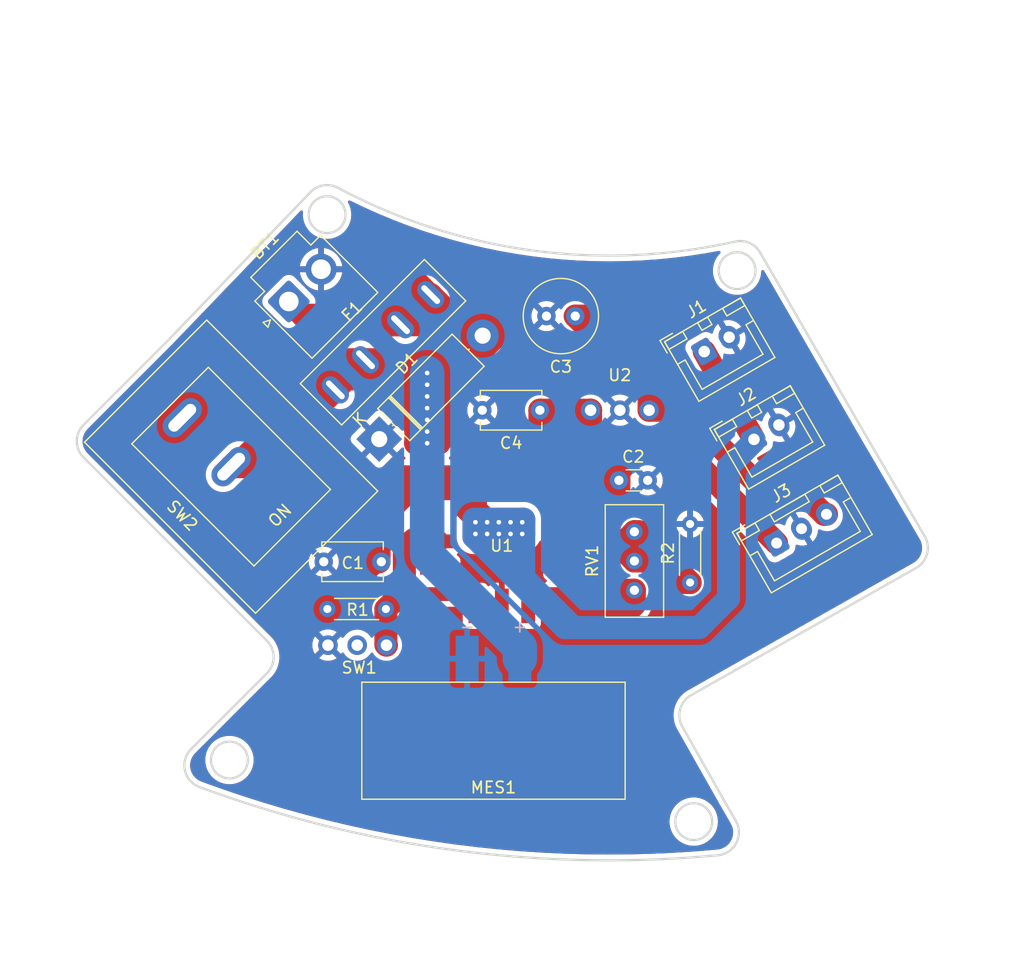
<source format=kicad_pcb>
(kicad_pcb (version 20211014) (generator pcbnew)
  (layers (0 "F.Cu" signal) (31 "B.Cu" signal) (34 "B.Paste" user) (35 "F.Paste" user) (36 "B.SilkS" user "B.Silkscreen") (37 "F.SilkS" user "F.Silkscreen") (38 "B.Mask" user) (39 "F.Mask" user) (44 "Edge.Cuts" user))
  (net 0 "")
  (net 1 "Net-(BT1-Pad1)")
  (net 2 "GND")
  (net 3 "+12V")
  (net 4 "+5V")
  (net 5 "+3.3V")
  (net 6 "Net-(D1-Pad2)")
  (net 7 "Net-(R1-Pad2)")
  (net 8 "Net-(R2-Pad1)")
  (net 9 "Net-(RV1-Pad3)")
  (footprint "Voltage_Counter:voltage_counter" (layer "F.Cu") (at 63.67 126.661 180)
    (fp_text reference "MES1" (at 0 1.016) (layer "F.SilkS"))
    (fp_text value "Voltmeter_DC")
    (fp_text user "-" (at 2.286 14.986) (layer "B.SilkS") (effects (justify mirror)))
    (fp_text user "+" (at -2.286 14.986) (layer "B.SilkS") (effects (justify mirror)))
    (fp_line (start -11.43 0) (end 0 0) (layer "F.SilkS") (width 0.12))
    (fp_line (start 11.43 0) (end 11.43 10.16) (layer "F.SilkS") (width 0.12))
    (fp_line (start 11.43 10.16) (end 0 10.16) (layer "F.SilkS") (width 0.12))
    (fp_line (start -11.43 10.16) (end -11.43 0) (layer "F.SilkS") (width 0.12))
    (fp_line (start 0 0) (end 11.43 0) (layer "F.SilkS") (width 0.12))
    (fp_line (start 0 10.16) (end -11.43 10.16) (layer "F.SilkS") (width 0.12))
    (pad "1" smd rect locked (at 2.286 12.192 180) (size 2 4) (layers "B.Cu" "B.Paste" "B.Mask") (net 2 "GND"))
    (pad "2" smd rect locked (at -2.286 12.192 180) (size 2 4) (layers "B.Cu" "B.Paste" "B.Mask") (net 6 "Net-(D1-Pad2)"))
  )
  (footprint "Capacitor_THT:C_Disc_D5.1mm_W3.2mm_P5.00mm" (layer "F.Cu") (at 67.7 92.89 180)
    (fp_text reference "C4" (at 2.5 -2.85) (layer "F.SilkS"))
    (fp_text value "10μF")
    (fp_line (start -0.17 -1.721) (end -0.17 -1.055) (layer "F.SilkS") (width 0.12))
    (fp_line (start -0.17 1.055) (end -0.17 1.721) (layer "F.SilkS") (width 0.12))
    (fp_line (start 5.17 1.055) (end 5.17 1.721) (layer "F.SilkS") (width 0.12))
    (fp_line (start -0.17 -1.721) (end 5.17 -1.721) (layer "F.SilkS") (width 0.12))
    (fp_line (start 5.17 -1.721) (end 5.17 -1.055) (layer "F.SilkS") (width 0.12))
    (fp_line (start -0.17 1.721) (end 5.17 1.721) (layer "F.SilkS") (width 0.12))
    (pad "1" thru_hole circle (at 0 0 180) (size 1.6 1.6) (drill 0.8) (layers *.Cu *.Mask) (net 4 "+5V"))
    (pad "2" thru_hole circle (at 5 0 180) (size 1.6 1.6) (drill 0.8) (layers *.Cu *.Mask) (net 2 "GND"))
  )
  (footprint "TA48033S:TA48033S" (layer "F.Cu") (at 51.84 110.75)
    (fp_text reference "SW1" (at 0.17 4.49 unlocked) (layer "F.SilkS"))
    (fp_text value "SW_DIP_x01")
    (pad "1" thru_hole circle (at -2.54 2.54) (size 1.7 1.7) (drill 1) (layers *.Cu *.Mask) (net 2 "GND"))
    (pad "2" thru_hole circle (at 2.54 2.54) (size 1.7 1.7) (drill 1) (layers *.Cu *.Mask) (net 7 "Net-(R1-Pad2)"))
    (pad "3" thru_hole circle (at 0 2.54) (size 1.7 1.7) (drill 1) (layers *.Cu *.Mask))
  )
  (footprint "_Others:DCDC-murata-6A" (layer "F.Cu") (at 58.295 110.375)
    (fp_text reference "U1" (at 6.096 -5.715 -180) (layer "F.SilkS"))
    (fp_text value "OKL-T_6-W12N-C")
    (pad "1" smd trapezoid locked (at 0.5 -6.1) (size 3 1.2) (layers "F.Cu" "F.Paste" "F.Mask") (net 7 "Net-(R1-Pad2)"))
    (pad "2" smd trapezoid locked (at 2.665 -10.68) (size 4.07 1.77) (layers "F.Cu" "F.Paste" "F.Mask") (net 3 "+12V"))
    (pad "2" smd trapezoid locked (at 0.5 -10.68) (size 3 1.2) (layers "F.Cu" "F.Paste" "F.Mask") (net 3 "+12V"))
    (pad "2" smd trapezoid locked (at 3.81 -11.7) (size 1.2 3) (layers "F.Cu" "F.Paste" "F.Mask") (net 3 "+12V"))
    (pad "3" smd trapezoid locked (at 6.1 -11.7) (size 1.2 3) (layers "F.Cu" "F.Paste" "F.Mask") (net 2 "GND"))
    (pad "3" smd trapezoid locked (at 7.245 -10.68) (size 4.07 1.77) (layers "F.Cu" "F.Paste" "F.Mask") (net 2 "GND"))
    (pad "3" smd trapezoid locked (at 8.39 -11.7) (size 1.2 3) (layers "F.Cu" "F.Paste" "F.Mask") (net 2 "GND"))
    (pad "4" smd trapezoid locked (at 10.7 -9.535) (size 1.77 4.07) (layers "F.Cu" "F.Paste" "F.Mask") (net 4 "+5V"))
    (pad "4" smd trapezoid locked (at 11.7 -10.68) (size 3 1.2) (layers "F.Cu" "F.Paste" "F.Mask") (net 4 "+5V"))
    (pad "5" smd trapezoid locked (at 11.7 -6.1) (size 3 1.2) (layers "F.Cu" "F.Paste" "F.Mask") (net 4 "+5V"))
    (pad "6" smd trapezoid locked (at 11.7 -1.52) (size 3 1.2) (layers "F.Cu" "F.Paste" "F.Mask") (net 9 "Net-(RV1-Pad3)"))
    (pad "7" smd trapezoid locked (at 6.1 -0.5) (size 1.2 3) (layers "F.Cu" "F.Paste" "F.Mask") (net 2 "GND"))
    (pad "8" smd trapezoid locked (at 3.81 -0.5) (size 1.2 3) (layers "F.Cu" "F.Paste" "F.Mask"))
    (pad "9" smd trapezoid locked (at 0.5 -1.52) (size 3 1.2) (layers "F.Cu" "F.Paste" "F.Mask"))
    (pad "10" smd trapezoid locked (at 0.5 -3.81) (size 3 1.2) (layers "F.Cu" "F.Paste" "F.Mask"))
    (pad "11" smd trapezoid locked (at 12.45 -3.81) (size 1.5 1.2) (layers "F.Cu" "F.Paste" "F.Mask"))
    (pad "12" smd trapezoid locked (at 8.39 -0.5) (size 1.2 3) (layers "F.Cu" "F.Paste" "F.Mask"))
    (pad "13" smd trapezoid locked (at 10.7 -3.81) (size 1 1.2) (layers "F.Cu" "F.Paste" "F.Mask"))
  )
  (footprint "Capacitor_THT:C_Radial_D6.3mm_H11.0mm_P2.50mm" (layer "F.Cu") (at 70.77 84.72 180)
    (fp_text reference "C3" (at 1.25 -4.4) (layer "F.SilkS"))
    (fp_text value "47μF")
    (fp_circle (center 1.25 0) (end 4.52 0) (layer "F.SilkS") (width 0.12) (fill none))
    (pad "1" thru_hole circle (at 0 0 180) (size 1.6 1.6) (drill 0.8) (layers *.Cu *.Mask) (net 5 "+3.3V"))
    (pad "2" thru_hole circle (at 2.5 0 180) (size 1.6 1.6) (drill 0.8) (layers *.Cu *.Mask) (net 2 "GND"))
  )
  (footprint "Connector_JST:JST_XH_B3B-XH-A_1x03_P2.50mm_Vertical" (layer "F.Cu") (at 88.250437 104.427337 30)
    (fp_text reference "J3" (at 2.5 -3.55 30) (layer "F.SilkS"))
    (fp_text value "Conn_01x03_Female")
    (fp_line (start -2.55 -1.7) (end -0.75 -1.7) (layer "F.SilkS") (width 0.12))
    (fp_line (start 7.56 -2.46) (end -2.56 -2.46) (layer "F.SilkS") (width 0.12))
    (fp_line (start -2.85 -2.75) (end -2.85 -1.5) (layer "F.SilkS") (width 0.12))
    (fp_line (start -2.56 3.51) (end 7.56 3.51) (layer "F.SilkS") (width 0.12))
    (fp_line (start 6.8 -0.2) (end 6.8 2.75) (layer "F.SilkS") (width 0.12))
    (fp_line (start 7.55 -2.45) (end 5.75 -2.45) (layer "F.SilkS") (width 0.12))
    (fp_line (start -1.8 -0.2) (end -1.8 2.75) (layer "F.SilkS") (width 0.12))
    (fp_line (start 7.56 3.51) (end 7.56 -2.46) (layer "F.SilkS") (width 0.12))
    (fp_line (start 4.25 -2.45) (end 0.75 -2.45) (layer "F.SilkS") (width 0.12))
    (fp_line (start 0.75 -1.7) (end 4.25 -1.7) (layer "F.SilkS") (width 0.12))
    (fp_line (start 0.75 -2.45) (end 0.75 -1.7) (layer "F.SilkS") (width 0.12))
    (fp_line (start 4.25 -1.7) (end 4.25 -2.45) (layer "F.SilkS") (width 0.12))
    (fp_line (start -0.75 -2.45) (end -2.55 -2.45) (layer "F.SilkS") (width 0.12))
    (fp_line (start 7.55 -1.7) (end 7.55 -2.45) (layer "F.SilkS") (width 0.12))
    (fp_line (start 7.55 -0.2) (end 6.8 -0.2) (layer "F.SilkS") (width 0.12))
    (fp_line (start -1.8 2.75) (end 2.5 2.75) (layer "F.SilkS") (width 0.12))
    (fp_line (start 6.8 2.75) (end 2.5 2.75) (layer "F.SilkS") (width 0.12))
    (fp_line (start 5.75 -1.7) (end 7.55 -1.7) (layer "F.SilkS") (width 0.12))
    (fp_line (start -1.6 -2.75) (end -2.85 -2.75) (layer "F.SilkS") (width 0.12))
    (fp_line (start -2.55 -2.45) (end -2.55 -1.7) (layer "F.SilkS") (width 0.12))
    (fp_line (start 5.75 -2.45) (end 5.75 -1.7) (layer "F.SilkS") (width 0.12))
    (fp_line (start -0.75 -1.7) (end -0.75 -2.45) (layer "F.SilkS") (width 0.12))
    (fp_line (start -2.55 -0.2) (end -1.8 -0.2) (layer "F.SilkS") (width 0.12))
    (fp_line (start -2.56 -2.46) (end -2.56 3.51) (layer "F.SilkS") (width 0.12))
    (pad "1" thru_hole roundrect (at 0 0 30) (size 1.7 1.95) (drill 0.95) (layers *.Cu *.Mask) (roundrect_rratio 0.1470588235) (net 4 "+5V"))
    (pad "2" thru_hole oval (at 2.5 0 30) (size 1.7 1.95) (drill 0.95) (layers *.Cu *.Mask) (net 2 "GND"))
    (pad "3" thru_hole oval (at 5 0 30) (size 1.7 1.95) (drill 0.95) (layers *.Cu *.Mask) (net 5 "+3.3V"))
  )
  (footprint "Connector_JST:JST_XH_B2B-XH-A_1x02_P2.50mm_Vertical" (layer "F.Cu") (at 86.284969 95.420337 30)
    (fp_text reference "J2" (at 1.25 -3.55 30) (layer "F.SilkS"))
    (fp_text value "Conn_01x02_Female")
    (fp_line (start -0.75 -2.45) (end -2.55 -2.45) (layer "F.SilkS") (width 0.12))
    (fp_line (start -2.56 3.51) (end 5.06 3.51) (layer "F.SilkS") (width 0.12))
    (fp_line (start 5.05 -0.2) (end 4.3 -0.2) (layer "F.SilkS") (width 0.12))
    (fp_line (start 3.25 -2.45) (end 3.25 -1.7) (layer "F.SilkS") (width 0.12))
    (fp_line (start -1.8 2.75) (end 1.25 2.75) (layer "F.SilkS") (width 0.12))
    (fp_line (start 5.06 -2.46) (end -2.56 -2.46) (layer "F.SilkS") (width 0.12))
    (fp_line (start 0.75 -1.7) (end 1.75 -1.7) (layer "F.SilkS") (width 0.12))
    (fp_line (start -2.55 -0.2) (end -1.8 -0.2) (layer "F.SilkS") (width 0.12))
    (fp_line (start 1.75 -2.45) (end 0.75 -2.45) (layer "F.SilkS") (width 0.12))
    (fp_line (start -2.55 -1.7) (end -0.75 -1.7) (layer "F.SilkS") (width 0.12))
    (fp_line (start 4.3 -0.2) (end 4.3 2.75) (layer "F.SilkS") (width 0.12))
    (fp_line (start -2.85 -2.75) (end -2.85 -1.5) (layer "F.SilkS") (width 0.12))
    (fp_line (start 5.05 -2.45) (end 3.25 -2.45) (layer "F.SilkS") (width 0.12))
    (fp_line (start -0.75 -1.7) (end -0.75 -2.45) (layer "F.SilkS") (width 0.12))
    (fp_line (start -2.56 -2.46) (end -2.56 3.51) (layer "F.SilkS") (width 0.12))
    (fp_line (start -1.8 -0.2) (end -1.8 2.75) (layer "F.SilkS") (width 0.12))
    (fp_line (start 3.25 -1.7) (end 5.05 -1.7) (layer "F.SilkS") (width 0.12))
    (fp_line (start 4.3 2.75) (end 1.25 2.75) (layer "F.SilkS") (width 0.12))
    (fp_line (start 0.75 -2.45) (end 0.75 -1.7) (layer "F.SilkS") (width 0.12))
    (fp_line (start -2.55 -2.45) (end -2.55 -1.7) (layer "F.SilkS") (width 0.12))
    (fp_line (start 5.06 3.51) (end 5.06 -2.46) (layer "F.SilkS") (width 0.12))
    (fp_line (start -1.6 -2.75) (end -2.85 -2.75) (layer "F.SilkS") (width 0.12))
    (fp_line (start 5.05 -1.7) (end 5.05 -2.45) (layer "F.SilkS") (width 0.12))
    (fp_line (start 1.75 -1.7) (end 1.75 -2.45) (layer "F.SilkS") (width 0.12))
    (pad "1" thru_hole roundrect (at 0 0 30) (size 1.7 2) (drill 1) (layers *.Cu *.Mask) (roundrect_rratio 0.1470588235) (net 3 "+12V"))
    (pad "2" thru_hole oval (at 2.5 0 30) (size 1.7 2) (drill 1) (layers *.Cu *.Mask) (net 2 "GND"))
  )
  (footprint "_Others:DS-850k" (layer "F.Cu") (at 40.894 97.79 -45)
    (fp_text reference "SW2" (at 0 6 135) (layer "F.SilkS"))
    (fp_text value "SW_DIP_x01")
    (fp_text user "ON" (at 6 0 45) (layer "F.SilkS"))
    (fp_line (start 10.5 0) (end 10.5 -7.5) (layer "F.SilkS") (width 0.12))
    (fp_line (start 10.5 -7.5) (end -10.5 -7.5) (layer "F.SilkS") (width 0.12))
    (fp_line (start -7.5 4.7) (end 7.5 4.7) (layer "F.SilkS") (width 0.12))
    (fp_line (start 7.5 0) (end 7.5 -4.7) (layer "F.SilkS") (width 0.12))
    (fp_line (start 7.5 4.7) (end 7.5 0) (layer "F.SilkS") (width 0.12))
    (fp_line (start -7.5 -4.7) (end -7.5 4.7) (layer "F.SilkS") (width 0.12))
    (fp_line (start -10.5 7.5) (end 10.5 7.5) (layer "F.SilkS") (width 0.12))
    (fp_line (start 10.5 7.5) (end 10.5 0) (layer "F.SilkS") (width 0.12))
    (fp_line (start -10.5 -7.5) (end -10.5 7.5) (layer "F.SilkS") (width 0.12))
    (fp_line (start 7.5 -4.7) (end -7.5 -4.7) (layer "F.SilkS") (width 0.12))
    (pad "1" thru_hole oval locked (at 0 0 45) (size 4 2) (drill oval 3 1) (layers *.Cu *.Mask) (net 6 "Net-(D1-Pad2)"))
    (pad "2" thru_hole oval locked (at -6 0 45) (size 4 2) (drill oval 3 1) (layers *.Cu *.Mask) (net 3 "+12V"))
  )
  (footprint "Diode_THT:D_5W_P12.70mm_Horizontal" (layer "F.Cu") (at 53.749872 95.400129 45)
    (fp_text reference "D1" (at 6.35 -2.97 45) (layer "F.SilkS"))
    (fp_text value "D_Shockley")
    (fp_text user "K" (at 0 -2.4 45) (layer "F.SilkS"))
    (fp_line (start 10.92 -1.97) (end 1.78 -1.97) (layer "F.SilkS") (width 0.12))
    (fp_line (start 3.355 -1.97) (end 3.355 1.97) (layer "F.SilkS") (width 0.12))
    (fp_line (start 11.06 0) (end 10.92 0) (layer "F.SilkS") (width 0.12))
    (fp_line (start 10.92 1.97) (end 10.92 -1.97) (layer "F.SilkS") (width 0.12))
    (fp_line (start 1.78 -1.97) (end 1.78 1.97) (layer "F.SilkS") (width 0.12))
    (fp_line (start 1.64 0) (end 1.78 0) (layer "F.SilkS") (width 0.12))
    (fp_line (start 1.78 1.97) (end 10.92 1.97) (layer "F.SilkS") (width 0.12))
    (fp_line (start 3.115 -1.97) (end 3.115 1.97) (layer "F.SilkS") (width 0.12))
    (fp_line (start 3.235 -1.97) (end 3.235 1.97) (layer "F.SilkS") (width 0.12))
    (pad "1" thru_hole rect (at 0 0 45) (size 2.8 2.8) (drill 1.4) (layers *.Cu *.Mask) (net 2 "GND"))
    (pad "2" thru_hole oval (at 12.7 0 45) (size 2.8 2.8) (drill 1.4) (layers *.Cu *.Mask) (net 6 "Net-(D1-Pad2)"))
  )
  (footprint "Potentiometer_THT:Potentiometer_Bourns_3296W_Vertical" (layer "F.Cu") (at 75.9 103.44 90)
    (fp_text reference "RV1" (at -2.54 -3.66 90) (layer "F.SilkS"))
    (fp_text value "R_Potentiometer_Trim_US")
    (fp_line (start -7.425 -2.53) (end 2.345 -2.53) (layer "F.SilkS") (width 0.12))
    (fp_line (start -7.425 2.54) (end 2.345 2.54) (layer "F.SilkS") (width 0.12))
    (fp_line (start -7.425 -2.53) (end -7.425 2.54) (layer "F.SilkS") (width 0.12))
    (fp_line (start 2.345 -2.53) (end 2.345 2.54) (layer "F.SilkS") (width 0.12))
    (pad "1" thru_hole circle (at 0 0 90) (size 1.44 1.44) (drill 0.8) (layers *.Cu *.Mask) (net 8 "Net-(R2-Pad1)"))
    (pad "2" thru_hole circle (at -2.54 0 90) (size 1.44 1.44) (drill 0.8) (layers *.Cu *.Mask) (net 8 "Net-(R2-Pad1)"))
    (pad "3" thru_hole circle (at -5.08 0 90) (size 1.44 1.44) (drill 0.8) (layers *.Cu *.Mask) (net 9 "Net-(RV1-Pad3)"))
  )
  (footprint "Resistor_THT:R_Axial_DIN0204_L3.6mm_D1.6mm_P5.08mm_Horizontal" (layer "F.Cu") (at 49.25 110.15)
    (fp_text reference "R1" (at 2.622 0.07) (layer "F.SilkS"))
    (fp_text value "20k")
    (fp_line (start 0.62 0.92) (end 4.46 0.92) (layer "F.SilkS") (width 0.12))
    (fp_line (start 0.62 -0.92) (end 4.46 -0.92) (layer "F.SilkS") (width 0.12))
    (pad "1" thru_hole circle (at 0 0) (size 1.4 1.4) (drill 0.7) (layers *.Cu *.Mask) (net 3 "+12V"))
    (pad "2" thru_hole oval (at 5.08 0) (size 1.4 1.4) (drill 0.7) (layers *.Cu *.Mask) (net 7 "Net-(R1-Pad2)"))
  )
  (footprint "TA48033S:TA48033S" (layer "F.Cu") (at 74.64 90.35)
    (fp_text reference "U2" (at 0 -0.5 unlocked) (layer "F.SilkS"))
    (fp_text value "TA48033S")
    (pad "1" thru_hole circle (at -2.54 2.54) (size 1.7 1.7) (drill 1) (layers *.Cu *.Mask) (net 4 "+5V"))
    (pad "2" thru_hole circle (at 2.54 2.54) (size 1.7 1.7) (drill 1) (layers *.Cu *.Mask) (net 5 "+3.3V"))
    (pad "3" thru_hole circle (at 0 2.54) (size 1.7 1.7) (drill 1) (layers *.Cu *.Mask) (net 2 "GND"))
  )
  (footprint "Capacitor_THT:C_Disc_D3.0mm_W1.6mm_P2.50mm" (layer "F.Cu") (at 74.56 98.98)
    (fp_text reference "C2" (at 1.25 -2.05) (layer "F.SilkS"))
    (fp_text value "0.1μF")
    (fp_line (start 0.621 0.92) (end 1.879 0.92) (layer "F.SilkS") (width 0.12))
    (fp_line (start 0.621 -0.92) (end 1.879 -0.92) (layer "F.SilkS") (width 0.12))
    (pad "1" thru_hole circle (at 0 0) (size 1.6 1.6) (drill 0.8) (layers *.Cu *.Mask) (net 4 "+5V"))
    (pad "2" thru_hole circle (at 2.5 0) (size 1.6 1.6) (drill 0.8) (layers *.Cu *.Mask) (net 2 "GND"))
  )
  (footprint "Fuse_Socket:fuse_socket" (layer "F.Cu") (at 55.876051 88.786051 -135)
    (fp_text reference "F1" (at 0 6.35 45) (layer "F.SilkS"))
    (fp_text value "Fuse")
    (fp_line (start 7.62 5.08) (end 7.62 0) (layer "F.SilkS") (width 0.12))
    (fp_line (start 0 0) (end -7.62 0) (layer "F.SilkS") (width 0.12))
    (fp_line (start -7.62 5.08) (end 0 5.08) (layer "F.SilkS") (width 0.12))
    (fp_line (start -7.62 0) (end -7.62 5.08) (layer "F.SilkS") (width 0.12))
    (fp_line (start 7.62 0) (end 0 0) (layer "F.SilkS") (width 0.12))
    (fp_line (start 0 5.08) (end 7.62 5.08) (layer "F.SilkS") (width 0.12))
    (pad "1" thru_hole oval locked (at -2.15 2.54 225) (size 1.5 2.7) (drill oval 0.5 2.1) (layers *.Cu *.Mask) (net 1 "Net-(BT1-Pad1)"))
    (pad "1" thru_hole oval locked (at -5.85 2.54 225) (size 1.5 2.7) (drill oval 0.5 2.1) (layers *.Cu *.Mask) (net 1 "Net-(BT1-Pad1)"))
    (pad "2" thru_hole oval locked (at 2.15 2.54 225) (size 1.5 2.7) (drill oval 0.5 2.1) (layers *.Cu *.Mask) (net 6 "Net-(D1-Pad2)"))
    (pad "2" thru_hole oval locked (at 5.85 2.54 225) (size 1.5 2.7) (drill oval 0.5 2.1) (layers *.Cu *.Mask) (net 6 "Net-(D1-Pad2)"))
  )
  (footprint "Connector_JST:JST_VH_B2P-VH-B_1x02_P3.96mm_Vertical" (layer "F.Cu") (at 45.90102 83.451163 45)
    (fp_text reference "BT1" (at 1.98 -4.9 45) (layer "F.SilkS"))
    (fp_text value "Battery")
    (fp_line (start -0.86 -2.11) (end -0.86 -3.81) (layer "F.SilkS") (width 0.12))
    (fp_line (start -2.86 0.3) (end -2.86 -0.3) (layer "F.SilkS") (width 0.12))
    (fp_line (start -2.86 -0.3) (end -2.26 0) (layer "F.SilkS") (width 0.12))
    (fp_line (start -2.06 -2.11) (end -0.86 -2.11) (layer "F.SilkS") (width 0.12))
    (fp_line (start 4.82 -2.11) (end 6.02 -2.11) (layer "F.SilkS") (width 0.12))
    (fp_line (start -0.86 -3.81) (end 4.82 -3.81) (layer "F.SilkS") (width 0.12))
    (fp_line (start 6.02 4.91) (end -2.06 4.91) (layer "F.SilkS") (width 0.12))
    (fp_line (start 4.82 -3.81) (end 4.82 -2.11) (layer "F.SilkS") (width 0.12))
    (fp_line (start -2.26 0) (end -2.86 0.3) (layer "F.SilkS") (width 0.12))
    (fp_line (start -2.06 4.91) (end -2.06 -2.11) (layer "F.SilkS") (width 0.12))
    (fp_line (start 6.02 -2.11) (end 6.02 4.91) (layer "F.SilkS") (width 0.12))
    (pad "1" thru_hole roundrect (at 0 0 45) (size 2.7 2.7) (drill 1.7) (layers *.Cu *.Mask) (roundrect_rratio 0.09259296296) (net 1 "Net-(BT1-Pad1)"))
    (pad "2" thru_hole circle (at 3.96 0 45) (size 2.7 2.7) (drill 1.7) (layers *.Cu *.Mask) (net 2 "GND"))
  )
  (footprint "Capacitor_THT:C_Disc_D5.1mm_W3.2mm_P5.00mm" (layer "F.Cu") (at 53.935 106.045 180)
    (fp_text reference "C1" (at 2.48 -0.11) (layer "F.SilkS"))
    (fp_text value "22μF")
    (fp_line (start -0.17 1.055) (end -0.17 1.721) (layer "F.SilkS") (width 0.12))
    (fp_line (start 5.17 -1.721) (end 5.17 -1.055) (layer "F.SilkS") (width 0.12))
    (fp_line (start -0.17 -1.721) (end -0.17 -1.055) (layer "F.SilkS") (width 0.12))
    (fp_line (start -0.17 -1.721) (end 5.17 -1.721) (layer "F.SilkS") (width 0.12))
    (fp_line (start 5.17 1.055) (end 5.17 1.721) (layer "F.SilkS") (width 0.12))
    (fp_line (start -0.17 1.721) (end 5.17 1.721) (layer "F.SilkS") (width 0.12))
    (pad "1" thru_hole circle (at 0 0 180) (size 1.6 1.6) (drill 0.8) (layers *.Cu *.Mask) (net 3 "+12V"))
    (pad "2" thru_hole circle (at 5 0 180) (size 1.6 1.6) (drill 0.8) (layers *.Cu *.Mask) (net 2 "GND"))
  )
  (footprint "Resistor_THT:R_Axial_DIN0204_L3.6mm_D1.6mm_P5.08mm_Horizontal" (layer "F.Cu") (at 80.74 107.85 90)
    (fp_text reference "R2" (at 2.54 -1.92 90) (layer "F.SilkS"))
    (fp_text value "1.2k")
    (fp_line (start 0.62 0.92) (end 4.46 0.92) (layer "F.SilkS") (width 0.12))
    (fp_line (start 0.62 -0.92) (end 4.46 -0.92) (layer "F.SilkS") (width 0.12))
    (pad "1" thru_hole circle (at 0 0 90) (size 1.4 1.4) (drill 0.7) (layers *.Cu *.Mask) (net 8 "Net-(R2-Pad1)"))
    (pad "2" thru_hole oval (at 5.08 0 90) (size 1.4 1.4) (drill 0.7) (layers *.Cu *.Mask) (net 2 "GND"))
  )
  (footprint "Connector_JST:JST_XH_B2B-XH-A_1x02_P2.50mm_Vertical" (layer "F.Cu") (at 81.966969 87.800337 30)
    (fp_text reference "J1" (at 1.25 -3.55 30) (layer "F.SilkS"))
    (fp_text value "Conn_01x02_Female")
    (fp_line (start 5.05 -1.7) (end 5.05 -2.45) (layer "F.SilkS") (width 0.12))
    (fp_line (start -1.8 2.75) (end 1.25 2.75) (layer "F.SilkS") (width 0.12))
    (fp_line (start 4.3 2.75) (end 1.25 2.75) (layer "F.SilkS") (width 0.12))
    (fp_line (start 5.06 -2.46) (end -2.56 -2.46) (layer "F.SilkS") (width 0.12))
    (fp_line (start -1.8 -0.2) (end -1.8 2.75) (layer "F.SilkS") (width 0.12))
    (fp_line (start 0.75 -1.7) (end 1.75 -1.7) (layer "F.SilkS") (width 0.12))
    (fp_line (start -2.85 -2.75) (end -2.85 -1.5) (layer "F.SilkS") (width 0.12))
    (fp_line (start -2.55 -2.45) (end -2.55 -1.7) (layer "F.SilkS") (width 0.12))
    (fp_line (start 4.3 -0.2) (end 4.3 2.75) (layer "F.SilkS") (width 0.12))
    (fp_line (start 5.05 -0.2) (end 4.3 -0.2) (layer "F.SilkS") (width 0.12))
    (fp_line (start 5.05 -2.45) (end 3.25 -2.45) (layer "F.SilkS") (width 0.12))
    (fp_line (start 1.75 -2.45) (end 0.75 -2.45) (layer "F.SilkS") (width 0.12))
    (fp_line (start -2.55 -1.7) (end -0.75 -1.7) (layer "F.SilkS") (width 0.12))
    (fp_line (start -2.56 -2.46) (end -2.56 3.51) (layer "F.SilkS") (width 0.12))
    (fp_line (start 3.25 -2.45) (end 3.25 -1.7) (layer "F.SilkS") (width 0.12))
    (fp_line (start 0.75 -2.45) (end 0.75 -1.7) (layer "F.SilkS") (width 0.12))
    (fp_line (start -1.6 -2.75) (end -2.85 -2.75) (layer "F.SilkS") (width 0.12))
    (fp_line (start 3.25 -1.7) (end 5.05 -1.7) (layer "F.SilkS") (width 0.12))
    (fp_line (start 5.06 3.51) (end 5.06 -2.46) (layer "F.SilkS") (width 0.12))
    (fp_line (start -2.55 -0.2) (end -1.8 -0.2) (layer "F.SilkS") (width 0.12))
    (fp_line (start -0.75 -1.7) (end -0.75 -2.45) (layer "F.SilkS") (width 0.12))
    (fp_line (start -2.56 3.51) (end 5.06 3.51) (layer "F.SilkS") (width 0.12))
    (fp_line (start -0.75 -2.45) (end -2.55 -2.45) (layer "F.SilkS") (width 0.12))
    (fp_line (start 1.75 -1.7) (end 1.75 -2.45) (layer "F.SilkS") (width 0.12))
    (pad "1" thru_hole roundrect (at 0 0 30) (size 1.7 2) (drill 1) (layers *.Cu *.Mask) (roundrect_rratio 0.1470588235) (net 3 "+12V"))
    (pad "2" thru_hole oval (at 2.5 0 30) (size 1.7 2) (drill 1) (layers *.Cu *.Mask) (net 2 "GND"))
  )
  (gr_line (start 28.083937 96.990082) (end 35.090409 103.996554) (layer "Edge.Cuts") (width 0.2))
  (gr_line (start 101.106513 103.833965) (end 95.850698 94.837784) (layer "Edge.Cuts") (width 0.2))
  (gr_arc (start 80.065073 120.359329) (mid 79.878902 118.839958) (end 80.821616 117.633958) (layer "Edge.Cuts") (width 0.2))
  (gr_arc (start 84.652902 78.250324) (mid 85.89413 78.369986) (end 86.82321 79.201716) (layer "Edge.Cuts") (width 0.2))
  (gr_circle (center 81.053767 128.60667) (end 81.053767 127.00667) (layer "Edge.Cuts") (width 0.2) (fill none))
  (gr_arc (start 28.083937 96.990082) (mid 27.49815 95.575869) (end 28.083937 94.161655) (layer "Edge.Cuts") (width 0.2))
  (gr_circle (center 84.819594 80.773675) (end 84.819594 79.173675) (layer "Edge.Cuts") (width 0.2) (fill none))
  (gr_arc (start 101.106513 103.833965) (mid 101.310483 105.364199) (end 100.36404 106.583815) (layer "Edge.Cuts") (width 0.2))
  (gr_arc (start 38.140152 125.60084) (mid 36.880226 124.152842) (end 37.419721 122.310816) (layer "Edge.Cuts") (width 0.2))
  (gr_arc (start 84.652902 78.250324) (mid 66.989412 79.013637) (end 50.164523 73.58182) (layer "Edge.Cuts") (width 0.2))
  (gr_arc (start 84.706984 128.536302) (mid 84.751345 130.455194) (end 83.15958 131.52776) (layer "Edge.Cuts") (width 0.2))
  (gr_arc (start 83.15958 131.52776) (mid 60.317532 131.088625) (end 38.140152 125.60084) (layer "Edge.Cuts") (width 0.2))
  (gr_arc (start 43.997982 112.904127) (mid 44.583769 114.318341) (end 43.997982 115.732554) (layer "Edge.Cuts") (width 0.2))
  (gr_circle (center 40.747362 123.260263) (end 40.747362 121.660263) (layer "Edge.Cuts") (width 0.2) (fill none))
  (gr_line (start 35.090409 103.996554) (end 43.997982 112.904127) (layer "Edge.Cuts") (width 0.2))
  (gr_circle (center 49.224331 75.912966) (end 49.224331 74.312966) (layer "Edge.Cuts") (width 0.2) (fill none))
  (gr_line (start 84.706984 128.536302) (end 83.82 127) (layer "Edge.Cuts") (width 0.2))
  (gr_line (start 47.780965 73.960893) (end 35.471642 86.77395) (layer "Edge.Cuts") (width 0.2))
  (gr_line (start 95.850698 94.837784) (end 86.82321 79.201716) (layer "Edge.Cuts") (width 0.2))
  (gr_arc (start 47.780965 73.960893) (mid 48.909119 73.371294) (end 50.164523 73.58182) (layer "Edge.Cuts") (width 0.2))
  (gr_line (start 35.471642 86.77395) (end 28.083937 94.161655) (layer "Edge.Cuts") (width 0.2))
  (gr_line (start 83.82 127) (end 80.065073 120.359329) (layer "Edge.Cuts") (width 0.2))
  (gr_line (start 80.821616 117.633958) (end 100.36404 106.583815) (layer "Edge.Cuts") (width 0.2))
  (gr_line (start 43.997982 115.732554) (end 37.419721 122.310816) (layer "Edge.Cuts") (width 0.2))
  (segment (start 52.45228 85.46972) (end 57.78628 85.46972) (width 2) (layer "F.Cu") (net 1))
  (segment (start 45.90102 83.451163) (end 47.095357 84.6455) (width 2) (layer "F.Cu") (net 1))
  (segment (start 53.71972 85.34528) (end 53.71972 85.46972) (width 2) (layer "F.Cu") (net 1))
  (segment (start 47.095357 84.6455) (end 54.4195 84.6455) (width 2) (layer "F.Cu") (net 1))
  (segment (start 59.182 83.818851) (end 58.216574 82.853425) (width 2) (layer "F.Cu") (net 1))
  (segment (start 58.216574 82.853425) (end 58.088425 82.853425) (width 2) (layer "F.Cu") (net 1))
  (segment (start 58.216574 82.853425) (end 55.600279 85.46972) (width 2) (layer "F.Cu") (net 1))
  (segment (start 57.78628 85.46972) (end 59.182 84.074) (width 2) (layer "F.Cu") (net 1))
  (segment (start 58.088425 82.853425) (end 57.15 81.915) (width 2) (layer "F.Cu") (net 1))
  (segment (start 57.15 81.915) (end 54.4195 84.6455) (width 2) (layer "F.Cu") (net 1))
  (segment (start 55.600279 85.46972) (end 53.71972 85.46972) (width 2) (layer "F.Cu") (net 1))
  (segment (start 53.71972 85.46972) (end 52.45228 85.46972) (width 2) (layer "F.Cu") (net 1))
  (segment (start 52.45228 85.46972) (end 47.919577 85.46972) (width 2) (layer "F.Cu") (net 1))
  (segment (start 54.4195 84.6455) (end 53.71972 85.34528) (width 2) (layer "F.Cu") (net 1))
  (segment (start 47.919577 85.46972) (end 45.90102 83.451163) (width 2) (layer "F.Cu") (net 1))
  (segment (start 59.182 84.074) (end 59.182 83.818851) (width 2) (layer "F.Cu") (net 1))
  (segment (start 34.036 93.472) (end 34.036 96.012) (width 3) (layer "F.Cu") (net 3))
  (segment (start 58.795 99.695) (end 60.96 99.695) (width 2) (layer "F.Cu") (net 3))
  (segment (start 60.96 101.092) (end 61.976 102.108) (width 2) (layer "F.Cu") (net 3))
  (segment (start 66.04 103.886) (end 63.754 103.886) (width 2) (layer "F.Cu") (net 3))
  (segment (start 34.036 93.472) (end 32.258 95.25) (width 3) (layer "F.Cu") (net 3))
  (segment (start 63.754 103.886) (end 61.976 103.886) (width 2) (layer "F.Cu") (net 3))
  (segment (start 52.395 107.005) (end 53.355 106.045) (width 2) (layer "F.Cu") (net 3))
  (segment (start 61.976 101.604) (end 62.105 101.475) (width 2) (layer "F.Cu") (net 3))
  (segment (start 58.795 99.695) (end 61.085 99.695) (width 2) (layer "F.Cu") (net 3))
  (segment (start 54.991 99.695) (end 55.493 99.193) (width 2) (layer "F.Cu") (net 3))
  (segment (start 62.105 98.675) (end 56.011 98.675) (width 2) (layer "F.Cu") (net 3))
  (segment (start 32.258 95.25) (end 32.258 96.266) (width 3) (layer "F.Cu") (net 3))
  (segment (start 61.976 102.108) (end 61.976 101.604) (width 2) (layer "F.Cu") (net 3))
  (segment (start 86.284969 95.420337) (end 81.966969 87.800337) (width 2) (layer "F.Cu") (net 3))
  (segment (start 53.735 100.951) (end 54.991 99.695) (width 2) (layer "F.Cu") (net 3))
  (segment (start 62.105 98.675) (end 62.105 101.475) (width 2) (layer "F.Cu") (net 3))
  (segment (start 53.735 102.475) (end 53.735 100.951) (width 2) (layer "F.Cu") (net 3))
  (segment (start 54.991 99.695) (end 56.515 99.695) (width 2) (layer "F.Cu") (net 3))
  (segment (start 38.354 91.694) (end 38.354 93.726) (width 3) (layer "F.Cu") (net 3))
  (segment (start 52.578 106.822) (end 52.578 102.108) (width 2) (layer "F.Cu") (net 3))
  (segment (start 35.814 91.694) (end 34.036 93.472) (width 3) (layer "F.Cu") (net 3))
  (segment (start 66.294 103.632) (end 66.04 103.886) (width 2) (layer "F.Cu") (net 3))
  (segment (start 36.651359 93.547359) (end 36.500641 93.547359) (width 3) (layer "F.Cu") (net 3))
  (segment (start 34.036 96.012) (end 34.036 98.044) (width 3) (layer "F.Cu") (net 3))
  (segment (start 32.258 96.266) (end 34.036 98.044) (width 3) (layer "F.Cu") (net 3))
  (segment (start 62.992 102.362) (end 66.294 102.362) (width 2) (layer "F.Cu") (net 3))
  (segment (start 46.142 110.15) (end 49.25 110.15) (width 3) (layer "F.Cu") (net 3))
  (segment (start 66.294 102.362) (end 66.294 103.632) (width 2) (layer "F.Cu") (net 3))
  (segment (start 49.25 110.15) (end 52.395 107.005) (width 2) (layer "F.Cu") (net 3))
  (segment (start 36.500641 93.547359) (end 34.036 96.012) (width 3) (layer "F.Cu") (net 3))
  (segment (start 58.795 99.695) (end 56.515 99.695) (width 2) (layer "F.Cu") (net 3))
  (segment (start 61.085 99.695) (end 62.105 98.675) (width 2) (layer "F.Cu") (net 3))
  (segment (start 53.355 106.045) (end 53.735 106.045) (width 2) (layer "F.Cu") (net 3))
  (segment (start 38.354 91.694) (end 35.814 91.694) (width 3) (layer "F.Cu") (net 3))
  (segment (start 34.036 98.044) (end 46.142 110.15) (width 3) (layer "F.Cu") (net 3))
  (segment (start 56.011 98.675) (end 55.493 99.193) (width 2) (layer "F.Cu") (net 3))
  (segment (start 58.795 99.695) (end 58.795 99.193) (width 2) (layer "F.Cu") (net 3))
  (segment (start 38.354 93.726) (end 34.036 98.044) (width 3) (layer "F.Cu") (net 3))
  (segment (start 36.651359 93.396641) (end 38.354 91.694) (width 3) (layer "F.Cu") (net 3))
  (segment (start 56.515 99.695) (end 53.735 102.475) (width 2) (layer "F.Cu") (net 3))
  (segment (start 52.395 107.005) (end 52.578 106.822) (width 2) (layer "F.Cu") (net 3))
  (segment (start 47.92 110.15) (end 49.25 110.15) (width 2) (layer "F.Cu") (net 3))
  (segment (start 36.651359 93.547359) (end 36.651359 93.396641) (width 3) (layer "F.Cu") (net 3))
  (segment (start 53.735 102.475) (end 53.735 106.045) (width 2) (layer "F.Cu") (net 3))
  (segment (start 61.976 103.886) (end 61.976 102.108) (width 2) (layer "F.Cu") (net 3))
  (segment (start 55.493 99.193) (end 58.795 99.193) (width 2) (layer "F.Cu") (net 3))
  (segment (start 62.105 101.475) (end 62.992 102.362) (width 2) (layer "F.Cu") (net 3))
  (segment (start 60.96 99.695) (end 60.96 101.092) (width 2) (layer "F.Cu") (net 3))
  (segment (start 52.578 102.108) (end 53.735 100.951) (width 2) (layer "F.Cu") (net 3))
  (via (at 62.103 103.632) (size 0.8) (drill 0.4) (layers "F.Cu" "B.Cu") (net 3))
  (via (at 63.119 103.632) (size 0.8) (drill 0.4) (layers "F.Cu" "B.Cu") (net 3))
  (via (at 64.135 102.616) (size 0.8) (drill 0.4) (layers "F.Cu" "B.Cu") (net 3))
  (via (at 66.167 102.616) (size 0.8) (drill 0.4) (layers "F.Cu" "B.Cu") (net 3))
  (via (at 62.103 102.616) (size 0.8) (drill 0.4) (layers "F.Cu" "B.Cu") (net 3))
  (via (at 63.119 102.616) (size 0.8) (drill 0.4) (layers "F.Cu" "B.Cu") (net 3))
  (via (at 65.151 102.616) (size 0.8) (drill 0.4) (layers "F.Cu" "B.Cu") (net 3))
  (via (at 64.135 103.632) (size 0.8) (drill 0.4) (layers "F.Cu" "B.Cu") (net 3))
  (via (at 65.151 103.632) (size 0.8) (drill 0.4) (layers "F.Cu" "B.Cu") (net 3))
  (via (at 66.167 103.632) (size 0.8) (drill 0.4) (layers "F.Cu" "B.Cu") (net 3))
  (segment (start 66.294 102.362) (end 66.04 102.362) (width 2) (layer "B.Cu") (net 3))
  (segment (start 66.04 104.648) (end 66.04 102.616) (width 2) (layer "B.Cu") (net 3))
  (segment (start 66.04 107.188) (end 66.04 104.648) (width 2) (layer "B.Cu") (net 3))
  (segment (start 61.976 103.886) (end 62.738 104.648) (width 2) (layer "B.Cu") (net 3))
  (segment (start 81.534 111.76) (end 70.612 111.76) (width 2) (layer "B.Cu") (net 3))
  (segment (start 61.976 103.886) (end 66.04 103.886) (width 2) (layer "B.Cu") (net 3))
  (segment (start 66.802 107.95) (end 66.294 107.442) (width 2) (layer "B.Cu") (net 3))
  (segment (start 64.008 102.362) (end 62.992 102.362) (width 2) (layer "B.Cu") (net 3))
  (segment (start 66.294 107.442) (end 66.294 102.362) (width 2) (layer "B.Cu") (net 3))
  (segment (start 86.284969 95.420337) (end 86.284969 95.579031) (width 2) (layer "B.Cu") (net 3))
  (segment (start 66.04 102.362) (end 65.024 102.362) (width 2) (layer "B.Cu") (net 3))
  (segment (start 62.738 104.648) (end 66.04 104.648) (width 2) (layer "B.Cu") (net 3))
  (segment (start 65.024 102.362) (end 64.008 102.362) (width 2) (layer "B.Cu") (net 3))
  (segment (start 84.074 97.79) (end 84.074 109.22) (width 2) (layer "B.Cu") (net 3))
  (segment (start 66.802 107.95) (end 66.04 107.188) (width 2) (layer "B.Cu") (net 3))
  (segment (start 86.284969 95.579031) (end 84.074 97.79) (width 2) (layer "B.Cu") (net 3))
  (segment (start 66.04 102.616) (end 66.294 102.362) (width 2) (layer "B.Cu") (net 3))
  (segment (start 69.85 111.76) (end 62.738 104.648) (width 2) (layer "B.Cu") (net 3))
  (segment (start 70.612 111.76) (end 66.802 107.95) (width 2) (layer "B.Cu") (net 3))
  (segment (start 84.074 109.22) (end 81.534 111.76) (width 2) (layer "B.Cu") (net 3))
  (segment (start 61.976 102.362) (end 61.976 103.886) (width 2) (layer "B.Cu") (net 3))
  (segment (start 62.992 102.362) (end 61.976 102.362) (width 2) (layer "B.Cu") (net 3))
  (segment (start 70.612 111.76) (end 69.85 111.76) (width 2) (layer "B.Cu") (net 3))
  (segment (start 69.995 99.695) (end 69.995 99.84) (width 2) (layer "F.Cu") (net 4))
  (segment (start 70.03 94.668) (end 72.1 96.738) (width 2) (layer "F.Cu") (net 4))
  (segment (start 74.00163 98.407) (end 74.56 97.84863) (width 2) (layer "F.Cu") (net 4))
  (segment (start 67.7 94.624) (end 70.056 96.98) (width 2) (layer "F.Cu") (net 4))
  (segment (start 70.985 104.275) (end 71.12 104.14) (width 2) (layer "F.Cu") (net 4))
  (segment (start 74.56 98.98) (end 74.56 100.7) (width 2) (layer "F.Cu") (net 4))
  (segment (start 70.485 99.695) (end 73.845 99.695) (width 2) (layer "F.Cu") (net 4))
  (segment (start 68.995 100.84) (end 68.995 103.275) (width 2) (layer "F.Cu") (net 4))
  (segment (start 71.12 102.42) (end 71.12 102.87) (width 2) (layer "F.Cu") (net 4))
  (segment (start 74.56 98.98) (end 71.12 102.42) (width 2) (layer "F.Cu") (net 4))
  (segment (start 69.995 98.407) (end 74.00163 98.407) (width 2) (layer "F.Cu") (net 4))
  (segment (start 73.845 99.695) (end 74.56 98.98) (width 2) (layer "F.Cu") (net 4))
  (segment (start 72.1 92.89) (end 72.1 94.452) (width 2) (layer "F.Cu") (net 4))
  (segment (start 69.995 98.407) (end 69.995 96.919) (width 2) (layer "F.Cu") (net 4))
  (segment (start 72.1 94.452) (end 74.168 96.52) (width 2) (layer "F.Cu") (net 4))
  (segment (start 68.995 102.65) (end 68.995 100.84) (width 2) (layer "F.Cu") (net 4))
  (segment (start 74.56 100.7) (end 71.12 104.14) (width 2) (layer "F.Cu") (net 4))
  (segment (start 74.87137 97.84863) (end 76.2 96.52) (width 2) (layer "F.Cu") (net 4))
  (segment (start 70.056 96.98) (end 69.995 96.919) (width 2) (layer "F.Cu") (net 4))
  (segment (start 72.342 96.98) (end 70.056 96.98) (width 2) (layer "F.Cu") (net 4))
  (segment (start 69.995 99.695) (end 70.485 99.695) (width 2) (layer "F.Cu") (net 4))
  (segment (start 74.56 97.84863) (end 74.87137 97.84863) (width 2) (layer "F.Cu") (net 4))
  (segment (start 69.995 95.185) (end 67.7 92.89) (width 2) (layer "F.Cu") (net 4))
  (segment (start 71.12 102.87) (end 71.12 100.965) (width 2) (layer "F.Cu") (net 4))
  (segment (start 69.995 96.919) (end 69.995 96.883) (width 2) (layer "F.Cu") (net 4))
  (segment (start 69.995 103.65) (end 68.995 102.65) (width 2) (layer "F.Cu") (net 4))
  (segment (start 69.995 100.185) (end 70.485 99.695) (width 2) (layer "F.Cu") (net 4))
  (segment (start 74.56 98.98) (end 74.56 97.84863) (width 2) (layer "F.Cu") (net 4))
  (segment (start 69.995 104.275) (end 69.995 100.185) (width 2) (layer "F.Cu") (net 4))
  (segment (start 68.995 103.275) (end 69.995 104.275) (width 2) (layer "F.Cu") (net 4))
  (segment (start 69.995 104.275) (end 70.985 104.275) (width 2) (layer "F.Cu") (net 4))
  (segment (start 69.995 95.185) (end 69.995 94.995) (width 2) (layer "F.Cu") (net 4))
  (segment (start 72.318 96.52) (end 74.168 96.52) (width 2) (layer "F.Cu") (net 4))
  (segment (start 76.2 96.52) (end 80.3431 96.52) (width 2) (layer "F.Cu") (net 4))
  (segment (start 72.1 94.452) (end 72.1 96.738) (width 2) (layer "F.Cu") (net 4))
  (segment (start 70.03 92.89) (end 72.1 92.89) (width 2) (layer "F.Cu") (net 4))
  (segment (start 71.12 104.14) (end 71.12 102.87) (width 2) (layer "F.Cu") (net 4))
  (segment (start 80.3431 96.52) (end 88.250437 104.427337) (width 2) (layer "F.Cu") (net 4))
  (segment (start 69.995 94.995) (end 71.065 93.925) (width 2) (layer "F.Cu") (net 4))
  (segment (start 70.03 92.89) (end 67.7 92.89) (width 2) (layer "F.Cu") (net 4))
  (segment (start 69.995 104.275) (end 69.995 103.65) (width 2) (layer "F.Cu") (net 4))
  (segment (start 70.03 92.89) (end 70.03 94.668) (width 2) (layer "F.Cu") (net 4))
  (segment (start 69.995 99.84) (end 68.995 100.84) (width 2) (layer "F.Cu") (net 4))
  (segment (start 74.168 96.52) (end 76.2 96.52) (width 2) (layer "F.Cu") (net 4))
  (segment (start 69.995 99.695) (end 69.995 98.407) (width 2) (layer "F.Cu") (net 4))
  (segment (start 69.995 94.995) (end 69.995 96.883) (width 2) (layer "F.Cu") (net 4))
  (segment (start 72.1 96.738) (end 72.318 96.52) (width 2) (layer "F.Cu") (net 4))
  (segment (start 69.995 99.695) (end 69.995 104.275) (width 2) (layer "F.Cu") (net 4))
  (segment (start 71.065 93.925) (end 72.1 92.89) (width 2) (layer "F.Cu") (net 4))
  (segment (start 67.7 92.89) (end 67.7 94.624) (width 2) (layer "F.Cu") (net 4))
  (segment (start 69.995 94.995) (end 72.1 92.89) (width 2) (layer "F.Cu") (net 4))
  (segment (start 71.065 93.925) (end 70.03 92.89) (width 2) (layer "F.Cu") (net 4))
  (segment (start 69.995 96.883) (end 69.995 95.185) (width 2) (layer "F.Cu") (net 4))
  (segment (start 72.1 96.738) (end 72.342 96.98) (width 2) (layer "F.Cu") (net 4))
  (segment (start 87.63 100.33) (end 80.19 92.89) (width 2) (layer "F.Cu") (net 5))
  (segment (start 80.19 92.89) (end 77.18 92.89) (width 2) (layer "F.Cu") (net 5))
  (segment (start 70.77 84.72) (end 77.18 91.13) (width 2) (layer "F.Cu") (net 5))
  (segment (start 70.77 84.72) (end 72.02 84.72) (width 2) (layer "F.Cu") (net 5))
  (segment (start 90.785326 100.33) (end 87.63 100.33) (width 2) (layer "F.Cu") (net 5))
  (segment (start 72.02 84.72) (end 80.19 92.89) (width 2) (layer "F.Cu") (net 5))
  (segment (start 92.382663 101.927337) (end 90.785326 100.33) (width 2) (layer "F.Cu") (net 5))
  (segment (start 77.18 91.13) (end 77.18 92.89) (width 2) (layer "F.Cu") (net 5))
  (segment (start 92.580564 101.927337) (end 92.382663 101.927337) (width 2) (layer "F.Cu") (net 5))
  (segment (start 56.896 90.424) (end 57.15 90.17) (width 2) (layer "F.Cu") (net 6))
  (segment (start 52.55972 88.510279) (end 59.300279 88.510279) (width 2) (layer "F.Cu") (net 6))
  (segment (start 58.980001 94.435999) (end 58.928 94.488) (width 2) (layer "F.Cu") (net 6))
  (segment (start 40.894 97.79) (end 41.275 97.79) (width 2) (layer "F.Cu") (net 6))
  (segment (start 48.895 90.17) (end 50.554721 88.510279) (width 2) (layer "F.Cu") (net 6))
  (segment (start 62.720558 85.09) (end 59.300279 88.510279) (width 2) (layer "F.Cu") (net 6))
  (segment (start 56.896 94.488) (end 56.896 90.424) (width 2) (layer "F.Cu") (net 6))
  (segment (start 58.980001 90.17) (end 58.980001 94.435999) (width 2) (layer "F.Cu") (net 6))
  (segment (start 58.928 95.758) (end 56.896 95.758) (width 2) (layer "F.Cu") (net 6))
  (segment (start 60.570279 88.510279) (end 60.605001 88.545001) (width 2) (layer "F.Cu") (net 6))
  (segment (start 60.605001 88.545001) (end 58.980001 90.17) (width 2) (layer "F.Cu") (net 6))
  (segment (start 58.928 95.758) (end 58.980001 95.705999) (width 2) (layer "F.Cu") (net 6))
  (segment (start 56.929771 91.727771) (end 56.929771 95.758) (width 2) (layer "F.Cu") (net 6))
  (segment (start 58.928 93.218) (end 57.912 92.202) (width 2) (layer "F.Cu") (net 6))
  (segment (start 59.300279 88.510279) (end 60.570279 88.510279) (width 2) (layer "F.Cu") (net 6))
  (segment (start 43.279999 97.79) (end 49.943425 91.126574) (width 2) (layer "F.Cu") (net 6))
  (segment (start 59.317721 88.510279) (end 62.992 84.836) (width 2) (layer "F.Cu") (net 6))
  (segment (start 41.275 97.79) (end 48.895 90.17) (width 2) (layer "F.Cu") (net 6))
  (segment (start 58.980001 90.17) (end 58.42 90.17) (width 2) (layer "F.Cu") (net 6))
  (segment (start 54.219441 90.17) (end 50.9 90.17) (width 2) (layer "F.Cu") (net 6))
  (segment (start 56.896 91.694) (end 56.896 94.488) (width 2) (layer "F.Cu") (net 6))
  (segment (start 62.992 84.836) (end 64.262 86.106) (width 2) (layer "F.Cu") (net 6))
  (segment (start 58.928 94.488) (end 56.896 94.488) (width 2) (layer "F.Cu") (net 6))
  (segment (start 48.986851 90.17) (end 49.943425 91.126574) (width 2) (layer "F.Cu") (net 6))
  (segment (start 52.55972 88.510279) (end 50.85 90.22) (width 2) (layer "F.Cu") (net 6))
  (segment (start 50.85 90.22) (end 49.943425 91.126574) (width 2) (layer "F.Cu") (net 6))
  (segment (start 58.980001 95.705999) (end 58.980001 94.435999) (width 2) (layer "F.Cu") (net 6))
  (segment (start 50.554721 88.510279) (end 52.55972 88.510279) (width 2) (layer "F.Cu") (net 6))
  (segment (start 48.895 90.17) (end 48.986851 90.17) (width 2) (layer "F.Cu") (net 6))
  (segment (start 56.896 91.694) (end 56.929771 91.727771) (width 2) (layer "F.Cu") (net 6))
  (segment (start 58.42 90.17) (end 57.15 90.17) (width 2) (layer "F.Cu") (net 6))
  (segment (start 50.9 90.17) (end 50.85 90.22) (width 2) (layer "F.Cu") (net 6))
  (segment (start 60.198 90.17) (end 58.980001 90.17) (width 2) (layer "F.Cu") (net 6))
  (segment (start 40.894 97.79) (end 43.279999 97.79) (width 2) (layer "F.Cu") (net 6))
  (segment (start 59.300279 88.510279) (end 59.317721 88.510279) (width 2) (layer "F.Cu") (net 6))
  (segment (start 58.928 94.488) (end 58.928 93.218) (width 2) (layer "F.Cu") (net 6))
  (segment (start 64.262 86.106) (end 60.198 90.17) (width 2) (layer "F.Cu") (net 6))
  (segment (start 57.15 90.17) (end 54.219441 90.17) (width 2) (layer "F.Cu") (net 6))
  (segment (start 54.219441 90.17) (end 52.55972 88.510279) (width 2) (layer "F.Cu") (net 6))
  (segment (start 62.730128 86.419873) (end 60.605001 88.545001) (width 2) (layer "F.Cu") (net 6))
  (segment (start 58.42 90.17) (end 56.896 91.694) (width 2) (layer "F.Cu") (net 6))
  (via (at 57.912 94.742) (size 0.8) (drill 0.4) (layers "F.Cu" "B.Cu") (net 6))
  (via (at 57.912 93.726) (size 0.8) (drill 0.4) (layers "F.Cu" "B.Cu") (net 6))
  (via (at 57.912 91.694) (size 0.8) (drill 0.4) (layers "F.Cu" "B.Cu") (net 6))
  (via (at 57.912 95.758) (size 0.8) (drill 0.4) (layers "F.Cu" "B.Cu") (net 6))
  (via (at 57.912 89.662) (size 0.8) (drill 0.4) (layers "F.Cu" "B.Cu") (net 6))
  (via (at 57.912 92.71) (size 0.8) (drill 0.4) (layers "F.Cu" "B.Cu") (net 6))
  (via (at 57.912 90.678) (size 0.8) (drill 0.4) (layers "F.Cu" "B.Cu") (net 6))
  (segment (start 57.912 94.742) (end 57.912 93.726) (width 3) (layer "B.Cu") (net 6))
  (segment (start 57.912 95.758) (end 57.912 94.742) (width 3) (layer "B.Cu") (net 6))
  (segment (start 57.912 105.425) (end 57.912 95.758) (width 3) (layer "B.Cu") (net 6))
  (segment (start 57.912 91.694) (end 57.912 90.678) (width 3) (layer "B.Cu") (net 6))
  (segment (start 57.912 92.71) (end 57.912 91.694) (width 3) (layer "B.Cu") (net 6))
  (segment (start 65.956 113.469) (end 57.912 105.425) (width 3) (layer "B.Cu") (net 6))
  (segment (start 57.912 90.678) (end 57.912 89.662) (width 3) (layer "B.Cu") (net 6))
  (segment (start 57.912 93.726) (end 57.912 92.71) (width 3) (layer "B.Cu") (net 6))
  (segment (start 65.956 114.469) (end 65.956 113.469) (width 3) (layer "B.Cu") (net 6))
  (segment (start 56.585 104.275) (end 58.795 104.275) (width 2) (layer "F.Cu") (net 7))
  (segment (start 55.88 108.6) (end 55.88 107.95) (width 2) (layer "F.Cu") (net 7))
  (segment (start 56.72 104.14) (end 56.585 104.275) (width 2) (layer "F.Cu") (net 7))
  (segment (start 55.88 107.95) (end 55.935 107.895) (width 2) (layer "F.Cu") (net 7))
  (segment (start 54.33 110.15) (end 54.33 113.24) (width 2) (layer "F.Cu") (net 7))
  (segment (start 55.935 107.895) (end 55.935 104.925) (width 2) (layer "F.Cu") (net 7))
  (segment (start 55.935 104.925) (end 56.585 104.275) (width 2) (layer "F.Cu") (net 7))
  (segment (start 54.33 110.15) (end 55.88 108.6) (width 2) (layer "F.Cu") (net 7))
  (segment (start 54.33 113.24) (end 54.38 113.29) (width 2) (layer "F.Cu") (net 7))
  (segment (start 74.93 105.01) (end 75.9 105.98) (width 2) (layer "F.Cu") (net 8))
  (segment (start 78.894 107.85) (end 77.024 105.98) (width 2) (layer "F.Cu") (net 8))
  (segment (start 75.9 105.98) (end 78.87 105.98) (width 2) (layer "F.Cu") (net 8))
  (segment (start 75.9 103.44) (end 74.93 104.41) (width 2) (layer "F.Cu") (net 8))
  (segment (start 78.44 105.98) (end 78.87 105.98) (width 2) (layer "F.Cu") (net 8))
  (segment (start 75.9 103.44) (end 76.33 103.44) (width 2) (layer "F.Cu") (net 8))
  (segment (start 75.9 103.44) (end 75.9 105.98) (width 2) (layer "F.Cu") (net 8))
  (segment (start 76.33 103.44) (end 80.74 107.85) (width 2) (layer "F.Cu") (net 8))
  (segment (start 74.93 104.41) (end 74.93 105.01) (width 2) (layer "F.Cu") (net 8))
  (segment (start 75.9 103.44) (end 78.44 105.98) (width 2) (layer "F.Cu") (net 8))
  (segment (start 80.74 107.85) (end 78.894 107.85) (width 2) (layer "F.Cu") (net 8))
  (segment (start 77.024 105.98) (end 75.9 105.98) (width 2) (layer "F.Cu") (net 8))
  (segment (start 78.87 105.98) (end 80.74 107.85) (width 2) (layer "F.Cu") (net 8))
  (segment (start 70.33 108.52) (end 69.995 108.855) (width 2) (layer "F.Cu") (net 9))
  (segment (start 70.358 109.982) (end 69.995 109.619) (width 2) (layer "F.Cu") (net 9))
  (segment (start 69.995 108.855) (end 75.565 108.855) (width 2) (layer "F.Cu") (net 9))
  (segment (start 75.9 108.52) (end 70.33 108.52) (width 2) (layer "F.Cu") (net 9))
  (segment (start 75.692 109.982) (end 70.358 109.982) (width 2) (layer "F.Cu") (net 9))
  (segment (start 75.565 108.855) (end 75.9 108.52) (width 2) (layer "F.Cu") (net 9))
  (segment (start 75.9 108.52) (end 75.9 109.774) (width 2) (layer "F.Cu") (net 9))
  (segment (start 75.9 109.774) (end 75.692 109.982) (width 2) (layer "F.Cu") (net 9))
  (segment (start 69.995 109.619) (end 69.995 108.855) (width 2) (layer "F.Cu") (net 9))
  (zone (net 2) (net_name "GND") (layers F&B.Cu) (connect_pads (clearance 0.5)) (min_thickness 0.254) (fill yes (thermal_gap 0.508) (thermal_bridge_width 0.508))
    (polygon (pts (xy 109.728 140.081) (xy 20.828 140.208) (xy 21.209 57.404) (xy 108.204 57.277)))
  )
)
</source>
